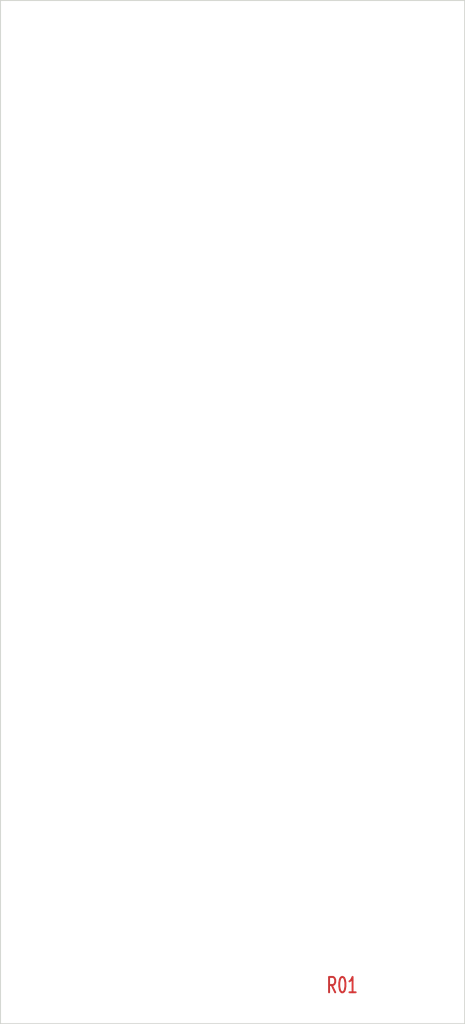
<source format=kicad_pcb>
(kicad_pcb (version 20171130) (host pcbnew 5.1.4-e60b266~84~ubuntu19.04.1)

  (general
    (thickness 1.6)
    (drawings 24)
    (tracks 0)
    (zones 0)
    (modules 18)
    (nets 1)
  )

  (page A4)
  (title_block
    (title VCA)
    (date 2019-09-22)
    (rev R01)
    (comment 1 "Original design by Thomas Henry")
    (comment 2 "PCB for panel")
    (comment 4 "License CC BY 4.0 - Attribution 4.0 International")
  )

  (layers
    (0 F.Cu signal)
    (31 B.Cu signal)
    (32 B.Adhes user)
    (33 F.Adhes user)
    (34 B.Paste user)
    (35 F.Paste user)
    (36 B.SilkS user)
    (37 F.SilkS user)
    (38 B.Mask user)
    (39 F.Mask user)
    (40 Dwgs.User user)
    (41 Cmts.User user)
    (42 Eco1.User user)
    (43 Eco2.User user)
    (44 Edge.Cuts user)
    (45 Margin user)
    (46 B.CrtYd user)
    (47 F.CrtYd user)
    (48 B.Fab user)
    (49 F.Fab user)
  )

  (setup
    (last_trace_width 0.25)
    (trace_clearance 0.2)
    (zone_clearance 0.508)
    (zone_45_only no)
    (trace_min 0.2)
    (via_size 0.8)
    (via_drill 0.4)
    (via_min_size 0.4)
    (via_min_drill 0.3)
    (uvia_size 0.3)
    (uvia_drill 0.1)
    (uvias_allowed no)
    (uvia_min_size 0.2)
    (uvia_min_drill 0.1)
    (edge_width 0.05)
    (segment_width 0.2)
    (pcb_text_width 0.3)
    (pcb_text_size 1.5 1.5)
    (mod_edge_width 0.12)
    (mod_text_size 1 1)
    (mod_text_width 0.15)
    (pad_size 3.2 3.2)
    (pad_drill 3.2)
    (pad_to_mask_clearance 0.051)
    (solder_mask_min_width 0.25)
    (aux_axis_origin 0 0)
    (visible_elements FFFFFF7F)
    (pcbplotparams
      (layerselection 0x010fc_ffffffff)
      (usegerberextensions false)
      (usegerberattributes false)
      (usegerberadvancedattributes false)
      (creategerberjobfile false)
      (excludeedgelayer true)
      (linewidth 0.100000)
      (plotframeref false)
      (viasonmask false)
      (mode 1)
      (useauxorigin false)
      (hpglpennumber 1)
      (hpglpenspeed 20)
      (hpglpendiameter 15.000000)
      (psnegative false)
      (psa4output false)
      (plotreference true)
      (plotvalue true)
      (plotinvisibletext false)
      (padsonsilk false)
      (subtractmaskfromsilk false)
      (outputformat 1)
      (mirror false)
      (drillshape 0)
      (scaleselection 1)
      (outputdirectory "gerbers"))
  )

  (net 0 "")

  (net_class Default "This is the default net class."
    (clearance 0.2)
    (trace_width 0.25)
    (via_dia 0.8)
    (via_drill 0.4)
    (uvia_dia 0.3)
    (uvia_drill 0.1)
  )

  (module MountingHole:MountingHole_3.2mm_M3 (layer F.Cu) (tedit 56D1B4CB) (tstamp 5D74B48D)
    (at 78.62 153.8)
    (descr "Mounting Hole 3.2mm, no annular, M3")
    (tags "mounting hole 3.2mm no annular m3")
    (path /5D74E67C)
    (attr virtual)
    (fp_text reference H18 (at 0 -4.2) (layer F.SilkS) hide
      (effects (font (size 1 1) (thickness 0.15)))
    )
    (fp_text value MountingHole (at 0 4.2) (layer F.Fab) hide
      (effects (font (size 1 1) (thickness 0.15)))
    )
    (fp_circle (center 0 0) (end 3.45 0) (layer F.CrtYd) (width 0.05))
    (fp_circle (center 0 0) (end 3.2 0) (layer Cmts.User) (width 0.15))
    (fp_text user %R (at 0.3 0) (layer F.Fab) hide
      (effects (font (size 1 1) (thickness 0.15)))
    )
    (pad 1 np_thru_hole circle (at 0 0) (size 3.2 3.2) (drill 3.2) (layers *.Cu *.Mask))
  )

  (module MountingHole:MountingHole_3.2mm_M3 (layer F.Cu) (tedit 56D1B4CB) (tstamp 5D74B485)
    (at 32.9 30.4)
    (descr "Mounting Hole 3.2mm, no annular, M3")
    (tags "mounting hole 3.2mm no annular m3")
    (path /5D74E4E8)
    (attr virtual)
    (fp_text reference H17 (at 0 -4.2) (layer F.SilkS) hide
      (effects (font (size 1 1) (thickness 0.15)))
    )
    (fp_text value MountingHole (at 0 4.2) (layer F.Fab) hide
      (effects (font (size 1 1) (thickness 0.15)))
    )
    (fp_circle (center 0 0) (end 3.45 0) (layer F.CrtYd) (width 0.05))
    (fp_circle (center 0 0) (end 3.2 0) (layer Cmts.User) (width 0.15))
    (fp_text user %R (at 0.3 0) (layer F.Fab) hide
      (effects (font (size 1 1) (thickness 0.15)))
    )
    (pad 1 np_thru_hole circle (at 0 0) (size 3.2 3.2) (drill 3.2) (layers *.Cu *.Mask))
  )

  (module MountingHole:MountingHole_3.2mm_M3 (layer F.Cu) (tedit 56D1B4CB) (tstamp 5D74B47D)
    (at 32.9 153.8)
    (descr "Mounting Hole 3.2mm, no annular, M3")
    (tags "mounting hole 3.2mm no annular m3")
    (path /5D74E339)
    (attr virtual)
    (fp_text reference H16 (at 0 -4.2) (layer F.SilkS) hide
      (effects (font (size 1 1) (thickness 0.15)))
    )
    (fp_text value MountingHole (at 0 4.2) (layer F.Fab) hide
      (effects (font (size 1 1) (thickness 0.15)))
    )
    (fp_circle (center 0 0) (end 3.45 0) (layer F.CrtYd) (width 0.05))
    (fp_circle (center 0 0) (end 3.2 0) (layer Cmts.User) (width 0.15))
    (fp_text user %R (at 0.3 0) (layer F.Fab) hide
      (effects (font (size 1 1) (thickness 0.15)))
    )
    (pad 1 np_thru_hole circle (at 0 0) (size 3.2 3.2) (drill 3.2) (layers *.Cu *.Mask))
  )

  (module MountingHole:MountingHole_3.2mm_M3 (layer F.Cu) (tedit 56D1B4CB) (tstamp 5D74B475)
    (at 78.62 30.4)
    (descr "Mounting Hole 3.2mm, no annular, M3")
    (tags "mounting hole 3.2mm no annular m3")
    (path /5D74E286)
    (attr virtual)
    (fp_text reference H15 (at 0 -4.2) (layer F.SilkS) hide
      (effects (font (size 1 1) (thickness 0.15)))
    )
    (fp_text value MountingHole (at 0 4.2) (layer F.Fab) hide
      (effects (font (size 1 1) (thickness 0.15)))
    )
    (fp_circle (center 0 0) (end 3.45 0) (layer F.CrtYd) (width 0.05))
    (fp_circle (center 0 0) (end 3.2 0) (layer Cmts.User) (width 0.15))
    (fp_text user %R (at 0.3 0) (layer F.Fab) hide
      (effects (font (size 1 1) (thickness 0.15)))
    )
    (pad 1 np_thru_hole circle (at 0 0) (size 3.2 3.2) (drill 3.2) (layers *.Cu *.Mask))
  )

  (module elektrophon:panel_jack (layer F.Cu) (tedit 5D6D74CB) (tstamp 5D74AE6D)
    (at 76.2 132.08)
    (descr "Mounting Hole 8.4mm, no annular, M8")
    (tags "mounting hole 8.4mm no annular m8")
    (path /5D745729)
    (attr virtual)
    (fp_text reference H14 (at 0 -9.4) (layer F.SilkS) hide
      (effects (font (size 1 1) (thickness 0.15)))
    )
    (fp_text value OUT (at 0 9.144) (layer F.Mask) hide
      (effects (font (size 2 1.4) (thickness 0.25)))
    )
    (fp_circle (center 0 0) (end 4.2 0) (layer F.CrtYd) (width 0.05))
    (fp_circle (center 0 0) (end 4 0) (layer Cmts.User) (width 0.15))
    (fp_text user %R (at 0.3 0) (layer F.Fab) hide
      (effects (font (size 1 1) (thickness 0.15)))
    )
    (pad "" np_thru_hole circle (at 0 0) (size 6.4 6.4) (drill 6.4) (layers *.Cu *.Mask))
  )

  (module elektrophon:panel_potentiometer (layer F.Cu) (tedit 5D6D74E4) (tstamp 5D74AE65)
    (at 76.2 111.76)
    (descr "Mounting Hole 8.4mm, no annular, M8")
    (tags "mounting hole 8.4mm no annular m8")
    (path /5D744E11)
    (attr virtual)
    (fp_text reference H13 (at 0 -9.4) (layer F.SilkS) hide
      (effects (font (size 1 1) (thickness 0.15)))
    )
    (fp_text value initial (at 0 9.144) (layer F.Mask) hide
      (effects (font (size 2 1.4) (thickness 0.25)))
    )
    (fp_circle (center 0 0) (end 6.6 0) (layer F.CrtYd) (width 0.05))
    (fp_circle (center 0 0) (end 6.35 0) (layer Cmts.User) (width 0.15))
    (fp_text user %R (at 0.3 0) (layer F.Fab) hide
      (effects (font (size 1 1) (thickness 0.15)))
    )
    (pad "" np_thru_hole circle (at 0 0) (size 7.4 7.4) (drill 7.4) (layers *.Cu *.Mask))
  )

  (module elektrophon:panel_potentiometer (layer F.Cu) (tedit 5D6D74E4) (tstamp 5D74AE5D)
    (at 76.2 91.44)
    (descr "Mounting Hole 8.4mm, no annular, M8")
    (tags "mounting hole 8.4mm no annular m8")
    (path /5D743CC3)
    (attr virtual)
    (fp_text reference H12 (at 0 -9.4) (layer F.SilkS) hide
      (effects (font (size 1 1) (thickness 0.15)))
    )
    (fp_text value vol (at 0 9.144) (layer F.Mask) hide
      (effects (font (size 2 1.4) (thickness 0.25)))
    )
    (fp_circle (center 0 0) (end 6.6 0) (layer F.CrtYd) (width 0.05))
    (fp_circle (center 0 0) (end 6.35 0) (layer Cmts.User) (width 0.15))
    (fp_text user %R (at 0.3 0) (layer F.Fab) hide
      (effects (font (size 1 1) (thickness 0.15)))
    )
    (pad "" np_thru_hole circle (at 0 0) (size 7.4 7.4) (drill 7.4) (layers *.Cu *.Mask))
  )

  (module elektrophon:panel_potentiometer (layer F.Cu) (tedit 5D6D74E4) (tstamp 5D74AE55)
    (at 76.2 71.12)
    (descr "Mounting Hole 8.4mm, no annular, M8")
    (tags "mounting hole 8.4mm no annular m8")
    (path /5D743CBD)
    (attr virtual)
    (fp_text reference H11 (at 0 -9.4) (layer F.SilkS) hide
      (effects (font (size 1 1) (thickness 0.15)))
    )
    (fp_text value vol (at 0 9.144) (layer F.Mask) hide
      (effects (font (size 2 1.4) (thickness 0.25)))
    )
    (fp_circle (center 0 0) (end 6.6 0) (layer F.CrtYd) (width 0.05))
    (fp_circle (center 0 0) (end 6.35 0) (layer Cmts.User) (width 0.15))
    (fp_text user %R (at 0.3 0) (layer F.Fab) hide
      (effects (font (size 1 1) (thickness 0.15)))
    )
    (pad "" np_thru_hole circle (at 0 0) (size 7.4 7.4) (drill 7.4) (layers *.Cu *.Mask))
  )

  (module elektrophon:panel_potentiometer (layer F.Cu) (tedit 5D6D74E4) (tstamp 5D74AE4D)
    (at 76.2 50.8)
    (descr "Mounting Hole 8.4mm, no annular, M8")
    (tags "mounting hole 8.4mm no annular m8")
    (path /5D743CB7)
    (attr virtual)
    (fp_text reference H10 (at 0 -9.4) (layer F.SilkS) hide
      (effects (font (size 1 1) (thickness 0.15)))
    )
    (fp_text value vol (at 0 9.144) (layer F.Mask) hide
      (effects (font (size 2 1.4) (thickness 0.25)))
    )
    (fp_circle (center 0 0) (end 6.6 0) (layer F.CrtYd) (width 0.05))
    (fp_circle (center 0 0) (end 6.35 0) (layer Cmts.User) (width 0.15))
    (fp_text user %R (at 0.3 0) (layer F.Fab) hide
      (effects (font (size 1 1) (thickness 0.15)))
    )
    (pad "" np_thru_hole circle (at 0 0) (size 7.4 7.4) (drill 7.4) (layers *.Cu *.Mask))
  )

  (module elektrophon:panel_potentiometer (layer F.Cu) (tedit 5D6D74E4) (tstamp 5D74AE45)
    (at 55.88 111.76)
    (descr "Mounting Hole 8.4mm, no annular, M8")
    (tags "mounting hole 8.4mm no annular m8")
    (path /5D744E0B)
    (attr virtual)
    (fp_text reference H9 (at 0 -9.4) (layer F.SilkS) hide
      (effects (font (size 1 1) (thickness 0.15)))
    )
    (fp_text value atten (at 0 9.144) (layer F.Mask) hide
      (effects (font (size 2 1.4) (thickness 0.25)))
    )
    (fp_circle (center 0 0) (end 6.6 0) (layer F.CrtYd) (width 0.05))
    (fp_circle (center 0 0) (end 6.35 0) (layer Cmts.User) (width 0.15))
    (fp_text user %R (at 0.3 0) (layer F.Fab) hide
      (effects (font (size 1 1) (thickness 0.15)))
    )
    (pad "" np_thru_hole circle (at 0 0) (size 7.4 7.4) (drill 7.4) (layers *.Cu *.Mask))
  )

  (module elektrophon:panel_switch (layer F.Cu) (tedit 5D6D74F1) (tstamp 5D74AE3D)
    (at 55.88 91.44)
    (descr "Mounting Hole 8.4mm, no annular, M8")
    (tags "mounting hole 8.4mm no annular m8")
    (path /5D7431FE)
    (attr virtual)
    (fp_text reference H8 (at 0 -9.4) (layer F.SilkS) hide
      (effects (font (size 1 1) (thickness 0.15)))
    )
    (fp_text value ac/dc (at 0 9.144) (layer F.Mask) hide
      (effects (font (size 2 1.4) (thickness 0.25)))
    )
    (fp_circle (center 0 0) (end 5.2 0) (layer F.CrtYd) (width 0.05))
    (fp_circle (center 0 0) (end 5 0) (layer Cmts.User) (width 0.15))
    (fp_text user %R (at 0.3 0) (layer F.Fab) hide
      (effects (font (size 1 1) (thickness 0.15)))
    )
    (pad "" np_thru_hole circle (at 0 0) (size 6.4 6.4) (drill 6.4) (layers *.Cu *.Mask))
  )

  (module elektrophon:panel_switch (layer F.Cu) (tedit 5D6D74F1) (tstamp 5D74AE35)
    (at 55.88 71.12)
    (descr "Mounting Hole 8.4mm, no annular, M8")
    (tags "mounting hole 8.4mm no annular m8")
    (path /5D7431F8)
    (attr virtual)
    (fp_text reference H7 (at 0 -9.4) (layer F.SilkS) hide
      (effects (font (size 1 1) (thickness 0.15)))
    )
    (fp_text value ac/dc (at 0 9.144) (layer F.Mask) hide
      (effects (font (size 2 1.4) (thickness 0.25)))
    )
    (fp_circle (center 0 0) (end 5.2 0) (layer F.CrtYd) (width 0.05))
    (fp_circle (center 0 0) (end 5 0) (layer Cmts.User) (width 0.15))
    (fp_text user %R (at 0.3 0) (layer F.Fab) hide
      (effects (font (size 1 1) (thickness 0.15)))
    )
    (pad "" np_thru_hole circle (at 0 0) (size 6.4 6.4) (drill 6.4) (layers *.Cu *.Mask))
  )

  (module elektrophon:panel_switch (layer F.Cu) (tedit 5D6D74F1) (tstamp 5D74AE2D)
    (at 55.88 50.8)
    (descr "Mounting Hole 8.4mm, no annular, M8")
    (tags "mounting hole 8.4mm no annular m8")
    (path /5D7431F2)
    (attr virtual)
    (fp_text reference H6 (at 0 -9.4) (layer F.SilkS) hide
      (effects (font (size 1 1) (thickness 0.15)))
    )
    (fp_text value ac/dc (at 0 9.144) (layer F.Mask) hide
      (effects (font (size 2 1.4) (thickness 0.25)))
    )
    (fp_circle (center 0 0) (end 5.2 0) (layer F.CrtYd) (width 0.05))
    (fp_circle (center 0 0) (end 5 0) (layer Cmts.User) (width 0.15))
    (fp_text user %R (at 0.3 0) (layer F.Fab) hide
      (effects (font (size 1 1) (thickness 0.15)))
    )
    (pad "" np_thru_hole circle (at 0 0) (size 6.4 6.4) (drill 6.4) (layers *.Cu *.Mask))
  )

  (module elektrophon:panel_jack (layer F.Cu) (tedit 5D6D74CB) (tstamp 5D74AE25)
    (at 35.56 132.08)
    (descr "Mounting Hole 8.4mm, no annular, M8")
    (tags "mounting hole 8.4mm no annular m8")
    (path /5D74571D)
    (attr virtual)
    (fp_text reference H5 (at 0 -9.4) (layer F.SilkS) hide
      (effects (font (size 1 1) (thickness 0.15)))
    )
    (fp_text value env (at 0 9.144) (layer F.Mask) hide
      (effects (font (size 2 1.4) (thickness 0.25)))
    )
    (fp_circle (center 0 0) (end 4.2 0) (layer F.CrtYd) (width 0.05))
    (fp_circle (center 0 0) (end 4 0) (layer Cmts.User) (width 0.15))
    (fp_text user %R (at 0.3 0) (layer F.Fab) hide
      (effects (font (size 1 1) (thickness 0.15)))
    )
    (pad "" np_thru_hole circle (at 0 0) (size 6.4 6.4) (drill 6.4) (layers *.Cu *.Mask))
  )

  (module elektrophon:panel_jack (layer F.Cu) (tedit 5D6D74CB) (tstamp 5D74AE1D)
    (at 35.56 111.76)
    (descr "Mounting Hole 8.4mm, no annular, M8")
    (tags "mounting hole 8.4mm no annular m8")
    (path /5D744E05)
    (attr virtual)
    (fp_text reference H4 (at 0 -9.4) (layer F.SilkS) hide
      (effects (font (size 1 1) (thickness 0.15)))
    )
    (fp_text value CV (at 0 9.144) (layer F.Mask) hide
      (effects (font (size 2 1.4) (thickness 0.25)))
    )
    (fp_circle (center 0 0) (end 4.2 0) (layer F.CrtYd) (width 0.05))
    (fp_circle (center 0 0) (end 4 0) (layer Cmts.User) (width 0.15))
    (fp_text user %R (at 0.3 0) (layer F.Fab) hide
      (effects (font (size 1 1) (thickness 0.15)))
    )
    (pad "" np_thru_hole circle (at 0 0) (size 6.4 6.4) (drill 6.4) (layers *.Cu *.Mask))
  )

  (module elektrophon:panel_jack (layer F.Cu) (tedit 5D6D74CB) (tstamp 5D74AE15)
    (at 35.56 91.44)
    (descr "Mounting Hole 8.4mm, no annular, M8")
    (tags "mounting hole 8.4mm no annular m8")
    (path /5D742005)
    (attr virtual)
    (fp_text reference H3 (at 0 -9.4) (layer F.SilkS) hide
      (effects (font (size 1 1) (thickness 0.15)))
    )
    (fp_text value "#3" (at 0 9.144) (layer F.Mask) hide
      (effects (font (size 2 1.4) (thickness 0.25)))
    )
    (fp_circle (center 0 0) (end 4.2 0) (layer F.CrtYd) (width 0.05))
    (fp_circle (center 0 0) (end 4 0) (layer Cmts.User) (width 0.15))
    (fp_text user %R (at 0.3 0) (layer F.Fab) hide
      (effects (font (size 1 1) (thickness 0.15)))
    )
    (pad "" np_thru_hole circle (at 0 0) (size 6.4 6.4) (drill 6.4) (layers *.Cu *.Mask))
  )

  (module elektrophon:panel_jack (layer F.Cu) (tedit 5D6D74CB) (tstamp 5D74AE0D)
    (at 35.56 71.12)
    (descr "Mounting Hole 8.4mm, no annular, M8")
    (tags "mounting hole 8.4mm no annular m8")
    (path /5D741EDD)
    (attr virtual)
    (fp_text reference H2 (at 0 -9.4) (layer F.SilkS) hide
      (effects (font (size 1 1) (thickness 0.15)))
    )
    (fp_text value "#2" (at 0 9.144) (layer F.Mask) hide
      (effects (font (size 2 1.4) (thickness 0.25)))
    )
    (fp_circle (center 0 0) (end 4.2 0) (layer F.CrtYd) (width 0.05))
    (fp_circle (center 0 0) (end 4 0) (layer Cmts.User) (width 0.15))
    (fp_text user %R (at 0.3 0) (layer F.Fab) hide
      (effects (font (size 1 1) (thickness 0.15)))
    )
    (pad "" np_thru_hole circle (at 0 0) (size 6.4 6.4) (drill 6.4) (layers *.Cu *.Mask))
  )

  (module elektrophon:panel_jack (layer F.Cu) (tedit 5D6D74CB) (tstamp 5D74AE05)
    (at 35.56 50.8)
    (descr "Mounting Hole 8.4mm, no annular, M8")
    (tags "mounting hole 8.4mm no annular m8")
    (path /5D741E82)
    (attr virtual)
    (fp_text reference H1 (at 0 -9.4) (layer F.SilkS) hide
      (effects (font (size 1 1) (thickness 0.15)))
    )
    (fp_text value "#1" (at 0 9.144) (layer F.Mask) hide
      (effects (font (size 2 1.4) (thickness 0.25)))
    )
    (fp_circle (center 0 0) (end 4.2 0) (layer F.CrtYd) (width 0.05))
    (fp_circle (center 0 0) (end 4 0) (layer Cmts.User) (width 0.15))
    (fp_text user %R (at 0.3 0) (layer F.Fab) hide
      (effects (font (size 1 1) (thickness 0.15)))
    )
    (pad "" np_thru_hole circle (at 0 0) (size 6.4 6.4) (drill 6.4) (layers *.Cu *.Mask))
  )

  (gr_text out (at 76.2 141.224) (layer F.Mask) (tstamp 5D7E1926)
    (effects (font (size 2 1.4) (thickness 0.25)))
  )
  (gr_text env (at 35.56 141.224) (layer F.Mask) (tstamp 5D7E1924)
    (effects (font (size 2 1.4) (thickness 0.25)))
  )
  (gr_text initial (at 76.2 120.904) (layer F.Mask) (tstamp 5D7E1900)
    (effects (font (size 2 1.4) (thickness 0.25)))
  )
  (gr_text atten (at 55.88 120.904) (layer F.Mask) (tstamp 5D7E18DC)
    (effects (font (size 2 1.4) (thickness 0.25)))
  )
  (gr_text cv (at 35.56 120.904) (layer F.Mask) (tstamp 5D7E18B8)
    (effects (font (size 2 1.4) (thickness 0.25)))
  )
  (gr_text ac/dc (at 55.88 100.584) (layer F.Mask) (tstamp 5D7E17E3)
    (effects (font (size 2 1.4) (thickness 0.25)))
  )
  (gr_text vol (at 76.2 100.584) (layer F.Mask) (tstamp 5D7E17E2)
    (effects (font (size 2 1.4) (thickness 0.25)))
  )
  (gr_text "#3" (at 35.56 100.584) (layer F.Mask) (tstamp 5D7E17E1)
    (effects (font (size 2 1.4) (thickness 0.25)))
  )
  (gr_text ac/dc (at 55.88 80.264) (layer F.Mask) (tstamp 5D7E17E3)
    (effects (font (size 2 1.4) (thickness 0.25)))
  )
  (gr_text vol (at 76.2 80.264) (layer F.Mask) (tstamp 5D7E17E2)
    (effects (font (size 2 1.4) (thickness 0.25)))
  )
  (gr_text "#2" (at 35.56 80.264) (layer F.Mask) (tstamp 5D7E17E1)
    (effects (font (size 2 1.4) (thickness 0.25)))
  )
  (gr_text vol (at 76.2 59.944) (layer F.Mask) (tstamp 5D7E17BC)
    (effects (font (size 2 1.4) (thickness 0.25)))
  )
  (gr_text ac/dc (at 55.88 59.944) (layer F.Mask) (tstamp 5D7E1786)
    (effects (font (size 2 1.4) (thickness 0.25)))
  )
  (gr_text "#1" (at 35.56 59.944) (layer F.Mask)
    (effects (font (size 2 1.4) (thickness 0.25)))
  )
  (gr_line (start 35.56 111.76) (end 55.88 111.76) (layer F.Mask) (width 0.18))
  (gr_line (start 35.56 91.44) (end 76.2 91.44) (layer F.Mask) (width 0.18))
  (gr_line (start 76.2 71.12) (end 35.56 71.12) (layer F.Mask) (width 0.18))
  (gr_line (start 76.2 50.8) (end 35.56 50.8) (layer F.Mask) (width 0.18))
  (gr_text R01 (at 70 153.8) (layer F.Cu)
    (effects (font (size 2 1.4) (thickness 0.25)))
  )
  (gr_text VCA (at 55.88 30.48) (layer F.Mask)
    (effects (font (size 3 3) (thickness 0.35)))
  )
  (gr_line (start 86 158.8) (end 25.4 158.8) (layer Edge.Cuts) (width 0.12))
  (gr_line (start 86 25.4) (end 86 158.8) (layer Edge.Cuts) (width 0.12))
  (gr_line (start 25.4 25.4) (end 25.4 158.8) (layer Edge.Cuts) (width 0.12))
  (gr_line (start 25.4 25.4) (end 86 25.4) (layer Edge.Cuts) (width 0.12))

)

</source>
